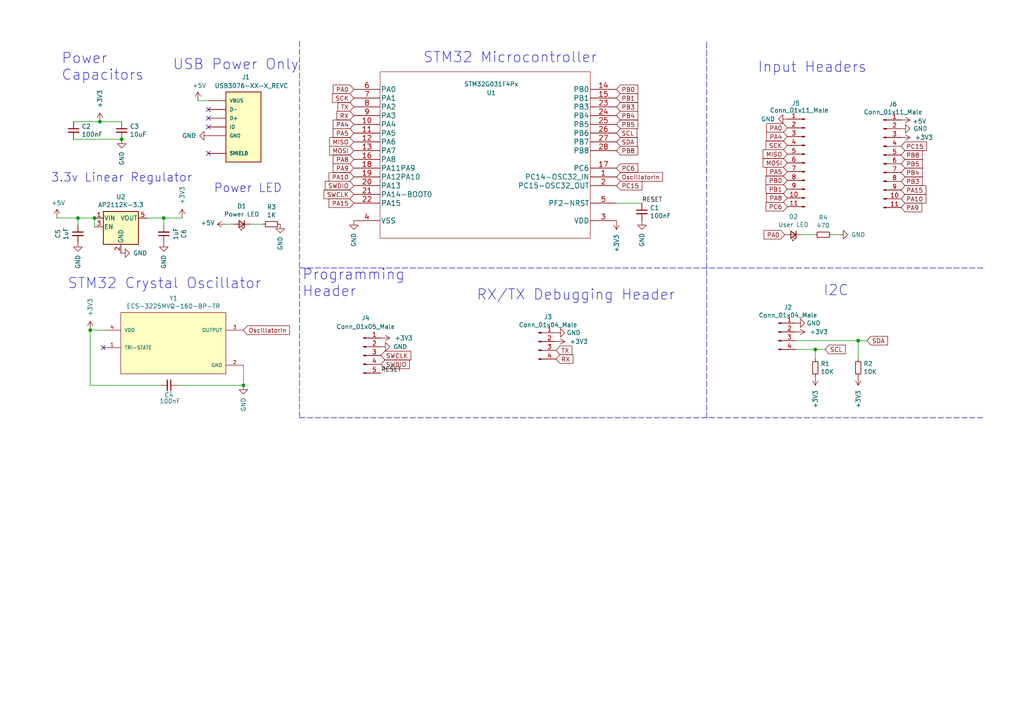
<source format=kicad_sch>
(kicad_sch (version 20211123) (generator eeschema)
  (paper "A4")
  (lib_symbols
    (symbol "Connector:Conn_01x04_Male" (pin_names (offset 1.016) hide)
      (property "Reference" "J" (at 0 5.08 0))
      (property "Value" "Conn_01x04_Male" (at 0 -7.62 0))
      (symbol "Conn_01x04_Male_1_1"
        (polyline (pts (xy 1.27 -5.08) (xy 0.8636 -5.08)) (stroke (width 0.1524)))
        (polyline (pts (xy 1.27 -2.54) (xy 0.8636 -2.54)) (stroke (width 0.1524)))
        (polyline (pts (xy 1.27 0) (xy 0.8636 0)) (stroke (width 0.1524)))
        (polyline (pts (xy 1.27 2.54) (xy 0.8636 2.54)) (stroke (width 0.1524)))
        (rectangle (start 0.8636 -4.953) (end 0 -5.207) (stroke (width 0.1524)) (fill (type outline)))
        (rectangle (start 0.8636 -2.413) (end 0 -2.667) (stroke (width 0.1524)) (fill (type outline)))
        (rectangle (start 0.8636 0.127) (end 0 -0.127) (stroke (width 0.1524)) (fill (type outline)))
        (rectangle (start 0.8636 2.667) (end 0 2.413) (stroke (width 0.1524)) (fill (type outline)))
        (pin passive line (at 5.08 2.54 180) (length 3.81) (name "Pin_1") (number "1"))
        (pin passive line (at 5.08 0 180) (length 3.81) (name "Pin_2") (number "2"))
        (pin passive line (at 5.08 -2.54 180) (length 3.81) (name "Pin_3") (number "3"))
        (pin passive line (at 5.08 -5.08 180) (length 3.81) (name "Pin_4") (number "4"))
      )
    )
    (symbol "Connector:Conn_01x05_Male" (pin_names (offset 1.016) hide)
      (property "Reference" "J" (at 0 7.62 0))
      (property "Value" "Conn_01x05_Male" (at 0 -7.62 0))
      (symbol "Conn_01x05_Male_1_1"
        (polyline (pts (xy 1.27 -5.08) (xy 0.8636 -5.08)) (stroke (width 0.1524)))
        (polyline (pts (xy 1.27 -2.54) (xy 0.8636 -2.54)) (stroke (width 0.1524)))
        (polyline (pts (xy 1.27 0) (xy 0.8636 0)) (stroke (width 0.1524)))
        (polyline (pts (xy 1.27 2.54) (xy 0.8636 2.54)) (stroke (width 0.1524)))
        (polyline (pts (xy 1.27 5.08) (xy 0.8636 5.08)) (stroke (width 0.1524)))
        (rectangle (start 0.8636 -4.953) (end 0 -5.207) (stroke (width 0.1524)) (fill (type outline)))
        (rectangle (start 0.8636 -2.413) (end 0 -2.667) (stroke (width 0.1524)) (fill (type outline)))
        (rectangle (start 0.8636 0.127) (end 0 -0.127) (stroke (width 0.1524)) (fill (type outline)))
        (rectangle (start 0.8636 2.667) (end 0 2.413) (stroke (width 0.1524)) (fill (type outline)))
        (rectangle (start 0.8636 5.207) (end 0 4.953) (stroke (width 0.1524)) (fill (type outline)))
        (pin passive line (at 5.08 5.08 180) (length 3.81) (name "Pin_1") (number "1"))
        (pin passive line (at 5.08 2.54 180) (length 3.81) (name "Pin_2") (number "2"))
        (pin passive line (at 5.08 0 180) (length 3.81) (name "Pin_3") (number "3"))
        (pin passive line (at 5.08 -2.54 180) (length 3.81) (name "Pin_4") (number "4"))
        (pin passive line (at 5.08 -5.08 180) (length 3.81) (name "Pin_5") (number "5"))
      )
    )
    (symbol "Connector:Conn_01x11_Male" (pin_names (offset 1.016) hide)
      (property "Reference" "J" (at 0 15.24 0))
      (property "Value" "Conn_01x11_Male" (at 0 -15.24 0))
      (symbol "Conn_01x11_Male_1_1"
        (polyline (pts (xy 1.27 -12.7) (xy 0.8636 -12.7)) (stroke (width 0.1524)))
        (polyline (pts (xy 1.27 -10.16) (xy 0.8636 -10.16)) (stroke (width 0.1524)))
        (polyline (pts (xy 1.27 -7.62) (xy 0.8636 -7.62)) (stroke (width 0.1524)))
        (polyline (pts (xy 1.27 -5.08) (xy 0.8636 -5.08)) (stroke (width 0.1524)))
        (polyline (pts (xy 1.27 -2.54) (xy 0.8636 -2.54)) (stroke (width 0.1524)))
        (polyline (pts (xy 1.27 0) (xy 0.8636 0)) (stroke (width 0.1524)))
        (polyline (pts (xy 1.27 2.54) (xy 0.8636 2.54)) (stroke (width 0.1524)))
        (polyline (pts (xy 1.27 5.08) (xy 0.8636 5.08)) (stroke (width 0.1524)))
        (polyline (pts (xy 1.27 7.62) (xy 0.8636 7.62)) (stroke (width 0.1524)))
        (polyline (pts (xy 1.27 10.16) (xy 0.8636 10.16)) (stroke (width 0.1524)))
        (polyline (pts (xy 1.27 12.7) (xy 0.8636 12.7)) (stroke (width 0.1524)))
        (rectangle (start 0.8636 -12.573) (end 0 -12.827) (stroke (width 0.1524)) (fill (type outline)))
        (rectangle (start 0.8636 -10.033) (end 0 -10.287) (stroke (width 0.1524)) (fill (type outline)))
        (rectangle (start 0.8636 -7.493) (end 0 -7.747) (stroke (width 0.1524)) (fill (type outline)))
        (rectangle (start 0.8636 -4.953) (end 0 -5.207) (stroke (width 0.1524)) (fill (type outline)))
        (rectangle (start 0.8636 -2.413) (end 0 -2.667) (stroke (width 0.1524)) (fill (type outline)))
        (rectangle (start 0.8636 0.127) (end 0 -0.127) (stroke (width 0.1524)) (fill (type outline)))
        (rectangle (start 0.8636 2.667) (end 0 2.413) (stroke (width 0.1524)) (fill (type outline)))
        (rectangle (start 0.8636 5.207) (end 0 4.953) (stroke (width 0.1524)) (fill (type outline)))
        (rectangle (start 0.8636 7.747) (end 0 7.493) (stroke (width 0.1524)) (fill (type outline)))
        (rectangle (start 0.8636 10.287) (end 0 10.033) (stroke (width 0.1524)) (fill (type outline)))
        (rectangle (start 0.8636 12.827) (end 0 12.573) (stroke (width 0.1524)) (fill (type outline)))
        (pin passive line (at 5.08 12.7 180) (length 3.81) (name "Pin_1") (number "1"))
        (pin passive line (at 5.08 -10.16 180) (length 3.81) (name "Pin_10") (number "10"))
        (pin passive line (at 5.08 -12.7 180) (length 3.81) (name "Pin_11") (number "11"))
        (pin passive line (at 5.08 10.16 180) (length 3.81) (name "Pin_2") (number "2"))
        (pin passive line (at 5.08 7.62 180) (length 3.81) (name "Pin_3") (number "3"))
        (pin passive line (at 5.08 5.08 180) (length 3.81) (name "Pin_4") (number "4"))
        (pin passive line (at 5.08 2.54 180) (length 3.81) (name "Pin_5") (number "5"))
        (pin passive line (at 5.08 0 180) (length 3.81) (name "Pin_6") (number "6"))
        (pin passive line (at 5.08 -2.54 180) (length 3.81) (name "Pin_7") (number "7"))
        (pin passive line (at 5.08 -5.08 180) (length 3.81) (name "Pin_8") (number "8"))
        (pin passive line (at 5.08 -7.62 180) (length 3.81) (name "Pin_9") (number "9"))
      )
    )
    (symbol "CrystalOscillator:ECS-3225MVQ-160-BP-TR" (pin_names (offset 1.016))
      (property "Reference" "Y" (at -15.5448 8.1534 0))
      (property "Value" "ECS-3225MVQ-160-BP-TR" (at -15.0114 -12.9794 0))
      (symbol "ECS-3225MVQ-160-BP-TR_0_0"
        (rectangle (start -15.24 -10.16) (end 15.24 7.62) (stroke (width 0.1524)) (fill (type background)))
        (pin input line (at -20.32 -2.54 0) (length 5.08) (name "TRI-STATE") (number "1"))
        (pin power_in line (at 20.32 -7.62 180) (length 5.08) (name "GND") (number "2"))
        (pin output line (at 20.32 2.54 180) (length 5.08) (name "OUTPUT") (number "3"))
        (pin input line (at -20.32 2.54 0) (length 5.08) (name "VDD") (number "4"))
      )
    )
    (symbol "Device:C_Small" (pin_numbers hide) (pin_names (offset 0.254) hide)
      (property "Reference" "C" (at 0.254 1.778 0))
      (property "Value" "C_Small" (at 0.254 -2.032 0))
      (symbol "C_Small_0_1"
        (polyline (pts (xy -1.524 -0.508) (xy 1.524 -0.508)) (stroke (width 0.3302)))
        (polyline (pts (xy -1.524 0.508) (xy 1.524 0.508)) (stroke (width 0.3048)))
      )
      (symbol "C_Small_1_1"
        (pin passive line (at 0 2.54 270) (length 2.032) (name "~") (number "1"))
        (pin passive line (at 0 -2.54 90) (length 2.032) (name "~") (number "2"))
      )
    )
    (symbol "Device:LED_Small" (pin_numbers hide) (pin_names (offset 0.254) hide)
      (property "Reference" "D" (at -1.27 3.175 0))
      (property "Value" "LED_Small" (at -4.445 -2.54 0))
      (symbol "LED_Small_0_1"
        (polyline (pts (xy -0.762 -1.016) (xy -0.762 1.016)) (stroke (width 0.254)))
        (polyline (pts (xy 1.016 0) (xy -0.762 0)))
        (polyline (pts (xy 0.762 -1.016) (xy -0.762 0) (xy 0.762 1.016) (xy 0.762 -1.016)) (stroke (width 0.254)))
        (polyline (pts (xy 0 0.762) (xy -0.508 1.27) (xy -0.254 1.27) (xy -0.508 1.27) (xy -0.508 1.016)))
        (polyline (pts (xy 0.508 1.27) (xy 0 1.778) (xy 0.254 1.778) (xy 0 1.778) (xy 0 1.524)))
      )
      (symbol "LED_Small_1_1"
        (pin passive line (at -2.54 0 0) (length 1.778) (name "K") (number "1"))
        (pin passive line (at 2.54 0 180) (length 1.778) (name "A") (number "2"))
      )
    )
    (symbol "Device:R_Small" (pin_numbers hide) (pin_names (offset 0.254) hide)
      (property "Reference" "R" (at 0.762 0.508 0))
      (property "Value" "R_Small" (at 0.762 -1.016 0))
      (symbol "R_Small_0_1"
        (rectangle (start -0.762 1.778) (end 0.762 -1.778) (stroke (width 0.2032)))
      )
      (symbol "R_Small_1_1"
        (pin passive line (at 0 2.54 270) (length 0.762) (name "~") (number "1"))
        (pin passive line (at 0 -2.54 90) (length 0.762) (name "~") (number "2"))
      )
    )
    (symbol "STM32QFN28Breakout-rescue:+3.3V-power" (power) (pin_names (offset 0))
      (property "Value" "+3.3V-power" (at 0 3.556 0))
      (symbol "+3.3V-power_0_1"
        (polyline (pts (xy -0.762 1.27) (xy 0 2.54)))
        (polyline (pts (xy 0 0) (xy 0 2.54)))
        (polyline (pts (xy 0 2.54) (xy 0.762 1.27)))
      )
      (symbol "+3.3V-power_1_1"
        (pin power_in line (at 0 0 90) (length 0) hide (name "+3V3") (number "1"))
      )
    )
    (symbol "STM32QFN28Breakout-rescue:AP2112K-3.3-Regulator_Linear" (pin_names (offset 0.254))
      (property "Reference" "U" (at -5.08 5.715 0))
      (property "Value" "AP2112K-3.3-Regulator_Linear" (at 0 5.715 0))
      (symbol "AP2112K-3.3-Regulator_Linear_0_1"
        (rectangle (start -5.08 4.445) (end 5.08 -5.08) (stroke (width 0.254)) (fill (type background)))
      )
      (symbol "AP2112K-3.3-Regulator_Linear_1_1"
        (pin power_in line (at -7.62 2.54 0) (length 2.54) (name "VIN") (number "1"))
        (pin power_in line (at 0 -7.62 90) (length 2.54) (name "GND") (number "2"))
        (pin input line (at -7.62 0 0) (length 2.54) (name "EN") (number "3"))
        (pin no_connect line (at 7.62 0 180) (length 2.54) hide (name "NC") (number "4"))
        (pin power_out line (at 7.62 2.54 180) (length 2.54) (name "VOUT") (number "5"))
      )
    )
    (symbol "STM32QFN:STM32G031G8U6" (pin_names (offset 0.254))
      (property "Reference" "U" (at 38.1 10.16 0))
      (property "Value" "STM32G031G8U6" (at 38.1 7.62 0))
      (symbol "STM32G031G8U6_1_1"
        (polyline (pts (xy 7.62 -43.18) (xy 68.58 -43.18)) (stroke (width 0.127)))
        (polyline (pts (xy 7.62 5.08) (xy 7.62 -43.18)) (stroke (width 0.127)))
        (polyline (pts (xy 68.58 -43.18) (xy 68.58 5.08)) (stroke (width 0.127)))
        (polyline (pts (xy 68.58 5.08) (xy 7.62 5.08)) (stroke (width 0.127)))
        (pin bidirectional line (at 76.2 -25.4 180) (length 7.62) (name "PC14-OSC32_IN") (number "1"))
        (pin bidirectional line (at 0 -10.16 0) (length 7.62) (name "PA4") (number "10"))
        (pin bidirectional line (at 0 -12.7 0) (length 7.62) (name "PA5") (number "11"))
        (pin bidirectional line (at 0 -15.24 0) (length 7.62) (name "PA6") (number "12"))
        (pin bidirectional line (at 0 -17.78 0) (length 7.62) (name "PA7") (number "13"))
        (pin bidirectional line (at 76.2 0 180) (length 7.62) (name "PB0") (number "14"))
        (pin bidirectional line (at 76.2 -2.54 180) (length 7.62) (name "PB1") (number "15"))
        (pin bidirectional line (at 0 -20.32 0) (length 7.62) (name "PA8") (number "16"))
        (pin bidirectional line (at 76.2 -22.86 180) (length 7.62) (name "PC6") (number "17"))
        (pin bidirectional line (at 0 -22.86 0) (length 7.62) (name "PA11PA9") (number "18"))
        (pin bidirectional line (at 0 -25.4 0) (length 7.62) (name "PA12PA10") (number "19"))
        (pin bidirectional line (at 76.2 -27.94 180) (length 7.62) (name "PC15-OSC32_OUT") (number "2"))
        (pin bidirectional line (at 0 -27.94 0) (length 7.62) (name "PA13") (number "20"))
        (pin bidirectional line (at 0 -30.48 0) (length 7.62) (name "PA14-BOOT0") (number "21"))
        (pin bidirectional line (at 0 -33.02 0) (length 7.62) (name "PA15") (number "22"))
        (pin bidirectional line (at 76.2 -5.08 180) (length 7.62) (name "PB3") (number "23"))
        (pin bidirectional line (at 76.2 -7.62 180) (length 7.62) (name "PB4") (number "24"))
        (pin bidirectional line (at 76.2 -10.16 180) (length 7.62) (name "PB5") (number "25"))
        (pin bidirectional line (at 76.2 -12.7 180) (length 7.62) (name "PB6") (number "26"))
        (pin bidirectional line (at 76.2 -15.24 180) (length 7.62) (name "PB7") (number "27"))
        (pin bidirectional line (at 76.2 -17.78 180) (length 7.62) (name "PB8") (number "28"))
        (pin power_in line (at 76.2 -38.1 180) (length 7.62) (name "VDD") (number "3"))
        (pin power_in line (at 0 -38.1 0) (length 7.62) (name "VSS") (number "4"))
        (pin bidirectional line (at 76.2 -33.02 180) (length 7.62) (name "PF2-NRST") (number "5"))
        (pin bidirectional line (at 0 0 0) (length 7.62) (name "PA0") (number "6"))
        (pin bidirectional line (at 0 -2.54 0) (length 7.62) (name "PA1") (number "7"))
        (pin bidirectional line (at 0 -5.08 0) (length 7.62) (name "PA2") (number "8"))
        (pin bidirectional line (at 0 -7.62 0) (length 7.62) (name "PA3") (number "9"))
      )
    )
    (symbol "USB:USB3076-XX-X_REVC" (pin_numbers hide) (pin_names (offset 1.016))
      (property "Reference" "J" (at -5.08 10.668 0))
      (property "Value" "USB3076-XX-X_REVC" (at -5.08 -12.7 0))
      (symbol "USB3076-XX-X_REVC_0_0"
        (rectangle (start -5.08 -10.16) (end 5.08 10.16) (stroke (width 0.254)) (fill (type background)))
        (pin power_in line (at -10.16 7.62 0) (length 5.08) (name "VBUS") (number "1"))
        (pin power_in line (at -10.16 -7.62 0) (length 5.08) (name "SHIELD") (number "10"))
        (pin power_in line (at -10.16 -7.62 0) (length 5.08) (name "SHIELD") (number "11"))
        (pin bidirectional line (at -10.16 5.08 0) (length 5.08) (name "D-") (number "2"))
        (pin bidirectional line (at -10.16 2.54 0) (length 5.08) (name "D+") (number "3"))
        (pin bidirectional line (at -10.16 0 0) (length 5.08) (name "ID") (number "4"))
        (pin power_in line (at -10.16 -2.54 0) (length 5.08) (name "GND") (number "5"))
        (pin power_in line (at -10.16 -7.62 0) (length 5.08) (name "SHIELD") (number "6"))
        (pin power_in line (at -10.16 -7.62 0) (length 5.08) (name "SHIELD") (number "7"))
        (pin power_in line (at -10.16 -7.62 0) (length 5.08) (name "SHIELD") (number "8"))
        (pin power_in line (at -10.16 -7.62 0) (length 5.08) (name "SHIELD") (number "9"))
      )
    )
    (symbol "power:+5V" (power) (pin_names (offset 0))
      (property "Value" "+5V" (at 0 3.556 0))
      (symbol "+5V_0_1"
        (polyline (pts (xy -0.762 1.27) (xy 0 2.54)))
        (polyline (pts (xy 0 0) (xy 0 2.54)))
        (polyline (pts (xy 0 2.54) (xy 0.762 1.27)))
      )
      (symbol "+5V_1_1"
        (pin power_in line (at 0 0 90) (length 0) hide (name "+5V") (number "1"))
      )
    )
    (symbol "power:GND" (power) (pin_names (offset 0))
      (property "Value" "GND" (at 0 -3.81 0))
      (symbol "GND_0_1"
        (polyline (pts (xy 0 0) (xy 0 -1.27) (xy 1.27 -1.27) (xy 0 -2.54) (xy -1.27 -1.27) (xy 0 -1.27)))
      )
      (symbol "GND_1_1"
        (pin power_in line (at 0 0 270) (length 0) hide (name "GND") (number "1"))
      )
    )
  )
  (junction (at 26.162 95.758))
  (junction (at 248.92 98.806))
  (junction (at 27.432 63.246))
  (junction (at 28.956 35.306))
  (junction (at 22.606 63.246))
  (junction (at 47.498 63.246))
  (junction (at 70.612 111.76))
  (junction (at 236.474 101.346))
  (junction (at 35.306 40.386))
  (no_connect (at 60.452 36.83))
  (no_connect (at 60.452 34.29))
  (no_connect (at 60.452 44.45))
  (no_connect (at 60.452 31.75))
  (no_connect (at 29.972 100.838))
  (wire (pts (xy 16.51 63.246) (xy 22.606 63.246)))
  (polyline (pts (xy 284.988 77.724) (xy 284.988 77.978)))
  (wire (pts (xy 72.644 65.024) (xy 76.2 65.024)))
  (polyline (pts (xy 86.868 77.724) (xy 284.988 77.724)))
  (wire (pts (xy 22.606 65.278) (xy 22.606 63.246)))
  (wire (pts (xy 28.956 35.306) (xy 35.306 35.306)))
  (wire (pts (xy 26.162 111.76) (xy 46.482 111.76)))
  (polyline (pts (xy 86.868 121.158) (xy 285.242 121.158)))
  (wire (pts (xy 47.498 63.246) (xy 52.832 63.246)))
  (wire (pts (xy 241.3 68.072) (xy 243.332 68.072)))
  (wire (pts (xy 60.452 29.21) (xy 57.404 29.21)))
  (wire (pts (xy 21.336 35.306) (xy 28.956 35.306)))
  (polyline (pts (xy 86.868 11.938) (xy 86.868 121.158)))
  (wire (pts (xy 232.664 68.072) (xy 236.22 68.072)))
  (wire (pts (xy 239.268 101.346) (xy 236.474 101.346)))
  (polyline (pts (xy 204.978 12.192) (xy 204.978 121.158)))
  (wire (pts (xy 236.474 101.346) (xy 236.474 104.14)))
  (wire (pts (xy 47.498 63.246) (xy 47.498 65.278)))
  (wire (pts (xy 248.92 98.806) (xy 251.46 98.806)))
  (wire (pts (xy 178.816 58.928) (xy 186.182 58.928)))
  (wire (pts (xy 230.886 101.346) (xy 236.474 101.346)))
  (wire (pts (xy 230.886 98.806) (xy 248.92 98.806)))
  (wire (pts (xy 65.532 65.024) (xy 67.564 65.024)))
  (wire (pts (xy 248.92 104.14) (xy 248.92 98.806)))
  (wire (pts (xy 26.162 95.758) (xy 26.162 111.76)))
  (wire (pts (xy 22.606 63.246) (xy 27.432 63.246)))
  (wire (pts (xy 21.336 40.386) (xy 35.306 40.386)))
  (wire (pts (xy 42.672 63.246) (xy 47.498 63.246)))
  (wire (pts (xy 27.432 65.786) (xy 27.432 63.246)))
  (wire (pts (xy 51.562 111.76) (xy 70.612 111.76)))
  (wire (pts (xy 29.972 95.758) (xy 26.162 95.758)))
  (wire (pts (xy 70.612 105.918) (xy 70.612 111.76)))
  (text "RX/TX Debugging Header" (at 138.176 87.376 0) (effects (font (size 2.9972 2.9972)) (justify left bottom)))
  (text "Power LED" (at 61.976 56.134 0) (effects (font (size 2.4892 2.4892)) (justify left bottom)))
  (text "Power\nCapacitors" (at 17.78 23.622 0) (effects (font (size 2.9972 2.9972)) (justify left bottom)))
  (text "STM32 Crystal Oscillator" (at 19.558 84.074 0) (effects (font (size 2.9972 2.9972)) (justify left bottom)))
  (text "STM32 Microcontroller" (at 122.682 18.542 0) (effects (font (size 2.9972 2.9972)) (justify left bottom)))
  (text "Programming\nHeader" (at 87.63 86.36 0) (effects (font (size 2.9972 2.9972)) (justify left bottom)))
  (text "3.3v Linear Regulator" (at 14.732 53.086 0) (effects (font (size 2.4892 2.4892)) (justify left bottom)))
  (text "I2C" (at 238.76 86.106 0) (effects (font (size 2.9972 2.9972)) (justify left bottom)))
  (text "USB Power Only" (at 50.038 20.574 0) (effects (font (size 2.9972 2.9972)) (justify left bottom)))
  (text "Input Headers" (at 219.71 21.336 0) (effects (font (size 2.9972 2.9972)) (justify left bottom)))
  (label "RESET" (at 110.49 108.204 0))
  (label "RESET" (at 186.182 58.928 0))
  (global_label "PB5" (shape input) (at 178.816 36.068 0) (property "Intersheet References" "${INTERSHEET_REFS}" (effects hide)))
  (global_label "SWCLK" (shape input) (at 102.616 56.388 180) (property "Intersheet References" "${INTERSHEET_REFS}" (effects hide)))
  (global_label "PA0" (shape input) (at 102.616 25.908 180) (property "Intersheet References" "${INTERSHEET_REFS}" (effects hide)))
  (global_label "PB4" (shape input) (at 178.816 33.528 0) (property "Intersheet References" "${INTERSHEET_REFS}" (effects hide)))
  (global_label "PA0" (shape input) (at 228.346 37.084 180) (property "Intersheet References" "${INTERSHEET_REFS}" (effects hide)))
  (global_label "SDA" (shape input) (at 251.46 98.806 0) (property "Intersheet References" "${INTERSHEET_REFS}" (effects hide)))
  (global_label "OscillatorIn" (shape input) (at 178.816 51.308 0) (property "Intersheet References" "${INTERSHEET_REFS}" (effects hide)))
  (global_label "PB1" (shape input) (at 228.346 54.864 180) (property "Intersheet References" "${INTERSHEET_REFS}" (effects hide)))
  (global_label "PC15" (shape input) (at 178.816 53.848 0) (property "Intersheet References" "${INTERSHEET_REFS}" (effects hide)))
  (global_label "OscillatorIn" (shape input) (at 70.612 95.758 0) (property "Intersheet References" "${INTERSHEET_REFS}" (effects hide)))
  (global_label "SWDIO" (shape input) (at 102.616 53.848 180) (property "Intersheet References" "${INTERSHEET_REFS}" (effects hide)))
  (global_label "SCK" (shape input) (at 102.616 28.448 180) (property "Intersheet References" "${INTERSHEET_REFS}" (effects hide)))
  (global_label "PB8" (shape input) (at 261.366 44.958 0) (property "Intersheet References" "${INTERSHEET_REFS}" (effects hide)))
  (global_label "PC6" (shape input) (at 228.346 59.944 180) (property "Intersheet References" "${INTERSHEET_REFS}" (effects hide)))
  (global_label "PA8" (shape input) (at 102.616 46.228 180) (property "Intersheet References" "${INTERSHEET_REFS}" (effects hide)))
  (global_label "SWCLK" (shape input) (at 110.49 103.124 0) (property "Intersheet References" "${INTERSHEET_REFS}" (effects hide)))
  (global_label "MISO" (shape input) (at 228.346 44.704 180) (property "Intersheet References" "${INTERSHEET_REFS}" (effects hide)))
  (global_label "PA10" (shape input) (at 261.366 57.658 0) (property "Intersheet References" "${INTERSHEET_REFS}" (effects hide)))
  (global_label "PC15" (shape input) (at 261.366 42.418 0) (property "Intersheet References" "${INTERSHEET_REFS}" (effects hide)))
  (global_label "SCL" (shape input) (at 239.268 101.346 0) (property "Intersheet References" "${INTERSHEET_REFS}" (effects hide)))
  (global_label "PB0" (shape input) (at 228.346 52.324 180) (property "Intersheet References" "${INTERSHEET_REFS}" (effects hide)))
  (global_label "SDA" (shape input) (at 178.816 41.148 0) (property "Intersheet References" "${INTERSHEET_REFS}" (effects hide)))
  (global_label "PA4" (shape input) (at 228.346 39.624 180) (property "Intersheet References" "${INTERSHEET_REFS}" (effects hide)))
  (global_label "PA9" (shape input) (at 102.616 48.768 180) (property "Intersheet References" "${INTERSHEET_REFS}" (effects hide)))
  (global_label "PB3" (shape input) (at 178.816 30.988 0) (property "Intersheet References" "${INTERSHEET_REFS}" (effects hide)))
  (global_label "PB8" (shape input) (at 178.816 43.688 0) (property "Intersheet References" "${INTERSHEET_REFS}" (effects hide)))
  (global_label "PB4" (shape input) (at 261.366 50.038 0) (property "Intersheet References" "${INTERSHEET_REFS}" (effects hide)))
  (global_label "RX" (shape input) (at 102.616 33.528 180) (property "Intersheet References" "${INTERSHEET_REFS}" (effects hide)))
  (global_label "MISO" (shape input) (at 102.616 41.148 180) (property "Intersheet References" "${INTERSHEET_REFS}" (effects hide)))
  (global_label "PB3" (shape input) (at 261.366 52.578 0) (property "Intersheet References" "${INTERSHEET_REFS}" (effects hide)))
  (global_label "TX" (shape input) (at 161.29 101.6 0) (property "Intersheet References" "${INTERSHEET_REFS}" (effects hide)))
  (global_label "PA5" (shape input) (at 102.616 38.608 180) (property "Intersheet References" "${INTERSHEET_REFS}" (effects hide)))
  (global_label "SWDIO" (shape input) (at 110.49 105.664 0) (property "Intersheet References" "${INTERSHEET_REFS}" (effects hide)))
  (global_label "PA5" (shape input) (at 228.346 49.784 180) (property "Intersheet References" "${INTERSHEET_REFS}" (effects hide)))
  (global_label "PA8" (shape input) (at 228.346 57.404 180) (property "Intersheet References" "${INTERSHEET_REFS}" (effects hide)))
  (global_label "TX" (shape input) (at 102.616 30.988 180) (property "Intersheet References" "${INTERSHEET_REFS}" (effects hide)))
  (global_label "PA15" (shape input) (at 261.366 55.118 0) (property "Intersheet References" "${INTERSHEET_REFS}" (effects hide)))
  (global_label "PA15" (shape input) (at 102.616 58.928 180) (property "Intersheet References" "${INTERSHEET_REFS}" (effects hide)))
  (global_label "PB1" (shape input) (at 178.816 28.448 0) (property "Intersheet References" "${INTERSHEET_REFS}" (effects hide)))
  (global_label "RX" (shape input) (at 161.29 104.14 0) (property "Intersheet References" "${INTERSHEET_REFS}" (effects hide)))
  (global_label "PA0" (shape input) (at 227.584 68.072 180) (property "Intersheet References" "${INTERSHEET_REFS}" (effects hide)))
  (global_label "PC6" (shape input) (at 178.816 48.768 0) (property "Intersheet References" "${INTERSHEET_REFS}" (effects hide)))
  (global_label "PA10" (shape input) (at 102.616 51.308 180) (property "Intersheet References" "${INTERSHEET_REFS}" (effects hide)))
  (global_label "PB5" (shape input) (at 261.366 47.498 0) (property "Intersheet References" "${INTERSHEET_REFS}" (effects hide)))
  (global_label "MOSI" (shape input) (at 102.616 43.688 180) (property "Intersheet References" "${INTERSHEET_REFS}" (effects hide)))
  (global_label "PB0" (shape input) (at 178.816 25.908 0) (property "Intersheet References" "${INTERSHEET_REFS}" (effects hide)))
  (global_label "SCL" (shape input) (at 178.816 38.608 0) (property "Intersheet References" "${INTERSHEET_REFS}" (effects hide)))
  (global_label "MOSI" (shape input) (at 228.346 47.244 180) (property "Intersheet References" "${INTERSHEET_REFS}" (effects hide)))
  (global_label "PA4" (shape input) (at 102.616 36.068 180) (property "Intersheet References" "${INTERSHEET_REFS}" (effects hide)))
  (global_label "SCK" (shape input) (at 228.346 42.164 180) (property "Intersheet References" "${INTERSHEET_REFS}" (effects hide)))
  (global_label "PA9" (shape input) (at 261.366 60.198 0) (property "Intersheet References" "${INTERSHEET_REFS}" (effects hide)))
  (symbol (lib_id "power:GND") (at 102.616 64.008 0) (unit 1)
    (property "Reference" "#PWR016" (effects hide))
    (property "Value" "GND" (at 102.616 69.596 90))
  )
  (symbol (lib_id "STM32QFN28Breakout-rescue:+3.3V-power") (at 178.816 64.008 180) (unit 1)
    (property "Reference" "#PWR029" (effects hide))
    (property "Value" "+3.3V" (at 178.816 70.612 90))
  )
  (symbol (lib_id "Connector:Conn_01x04_Male") (at 225.806 96.266 0) (unit 1)
    (property "Reference" "J2" (at 228.5492 89.1286 0))
    (property "Value" "Conn_01x04_Male" (at 228.5492 91.44 0))
    (property "Footprint" "Connector_JST:JST_SH_BM04B-SRSS-TB_1x04-1MP_P1.00mm_Vertical" (effects hide))
  )
  (symbol (lib_id "power:GND") (at 230.886 93.726 90) (unit 1)
    (property "Reference" "#PWR03" (effects hide))
    (property "Value" "GND" (at 235.966 93.726 90))
  )
  (symbol (lib_id "STM32QFN28Breakout-rescue:+3.3V-power") (at 230.886 96.266 270) (unit 1)
    (property "Reference" "#PWR04" (effects hide))
    (property "Value" "+3.3V" (at 237.49 96.266 90))
  )
  (symbol (lib_id "Device:R_Small") (at 248.92 106.68 0) (unit 1)
    (property "Reference" "R2" (at 250.4186 105.5116 0) (effects (justify left)))
    (property "Value" "10K" (at 250.4186 107.823 0) (effects (justify left)))
    (property "Footprint" "Resistor_SMD:R_0603_1608Metric" (effects hide))
  )
  (symbol (lib_id "Device:R_Small") (at 236.474 106.68 0) (unit 1)
    (property "Reference" "R1" (at 237.9726 105.5116 0) (effects (justify left)))
    (property "Value" "10K" (at 237.9726 107.823 0) (effects (justify left)))
    (property "Footprint" "Resistor_SMD:R_0603_1608Metric" (effects hide))
  )
  (symbol (lib_id "STM32QFN28Breakout-rescue:+3.3V-power") (at 236.474 109.22 180) (unit 1)
    (property "Reference" "#PWR07" (effects hide))
    (property "Value" "+3.3V" (at 236.474 115.824 90))
  )
  (symbol (lib_id "STM32QFN28Breakout-rescue:+3.3V-power") (at 248.92 109.22 180) (unit 1)
    (property "Reference" "#PWR022" (effects hide))
    (property "Value" "+3.3V" (at 248.92 115.824 90))
  )
  (symbol (lib_id "Connector:Conn_01x04_Male") (at 156.21 99.06 0) (unit 1)
    (property "Reference" "J3" (at 158.9532 91.9226 0))
    (property "Value" "Conn_01x04_Male" (at 158.9532 94.234 0))
    (property "Footprint" "Connector_JST:JST_SH_BM04B-SRSS-TB_1x04-1MP_P1.00mm_Vertical" (effects hide))
  )
  (symbol (lib_id "power:GND") (at 161.29 96.52 90) (unit 1)
    (property "Reference" "#PWR01" (effects hide))
    (property "Value" "GND" (at 166.37 96.52 90))
  )
  (symbol (lib_id "STM32QFN28Breakout-rescue:+3.3V-power") (at 161.29 99.06 270) (unit 1)
    (property "Reference" "#PWR02" (effects hide))
    (property "Value" "+3.3V" (at 167.894 99.06 90))
  )
  (symbol (lib_id "STM32QFN:STM32G031G8U6") (at 102.616 25.908 0) (unit 1)
    (property "Reference" "U1" (at 142.494 26.924 0))
    (property "Value" "STM32G031F4Px" (at 142.494 24.384 0))
    (property "Footprint" "Useful Modifications:STM32G031G8U6" (effects hide))
  )
  (symbol (lib_id "Device:C_Small") (at 21.336 37.846 0) (unit 1)
    (property "Reference" "C2" (at 23.6728 36.6776 0) (effects (justify left)))
    (property "Value" "100nF" (at 23.6728 38.989 0) (effects (justify left)))
    (property "Footprint" "Capacitor_SMD:C_0603_1608Metric" (effects hide))
  )
  (symbol (lib_id "Device:C_Small") (at 35.306 37.846 0) (unit 1)
    (property "Reference" "C3" (at 37.6428 36.6776 0) (effects (justify left)))
    (property "Value" "10uF" (at 37.6428 38.989 0) (effects (justify left)))
    (property "Footprint" "Capacitor_SMD:C_0603_1608Metric" (effects hide))
  )
  (symbol (lib_id "Device:C_Small") (at 186.182 61.468 0) (unit 1)
    (property "Reference" "C1" (at 188.5188 60.2996 0) (effects (justify left)))
    (property "Value" "100nF" (at 188.5188 62.611 0) (effects (justify left)))
    (property "Footprint" "Capacitor_SMD:C_0603_1608Metric" (effects hide))
  )
  (symbol (lib_id "STM32QFN28Breakout-rescue:+3.3V-power") (at 28.956 35.306 0) (unit 1)
    (property "Reference" "#PWR023" (effects hide))
    (property "Value" "+3.3V" (at 28.956 28.702 90))
  )
  (symbol (lib_id "power:GND") (at 35.306 40.386 0) (unit 1)
    (property "Reference" "#PWR028" (effects hide))
    (property "Value" "GND" (at 35.306 45.974 90))
  )
  (symbol (lib_id "power:GND") (at 186.182 64.008 0) (unit 1)
    (property "Reference" "#PWR021" (effects hide))
    (property "Value" "GND" (at 186.182 69.596 90))
  )
  (symbol (lib_id "STM32QFN28Breakout-rescue:+3.3V-power") (at 110.49 98.044 270) (unit 1)
    (property "Reference" "#PWR020" (effects hide))
    (property "Value" "+3.3V" (at 117.094 98.044 90))
  )
  (symbol (lib_id "power:GND") (at 110.49 100.584 90) (unit 1)
    (property "Reference" "#PWR019" (effects hide))
    (property "Value" "GND" (at 116.078 100.584 90))
  )
  (symbol (lib_id "CrystalOscillator:ECS-3225MVQ-160-BP-TR") (at 50.292 98.298 0) (unit 1)
    (property "Reference" "Y1" (at 50.292 86.487 0))
    (property "Value" "ECS-3225MVQ-160-BP-TR" (at 50.292 88.7984 0))
    (property "Footprint" "Useful Modifications:OSC_ECS-3225MVQ-160-BP-TR" (effects hide))
  )
  (symbol (lib_id "power:GND") (at 70.612 111.76 0) (unit 1)
    (property "Reference" "#PWR0101" (effects hide))
    (property "Value" "GND" (at 70.612 117.348 90))
  )
  (symbol (lib_id "STM32QFN28Breakout-rescue:+3.3V-power") (at 26.162 95.758 0) (unit 1)
    (property "Reference" "#PWR0102" (effects hide))
    (property "Value" "+3.3V" (at 26.162 89.154 90))
  )
  (symbol (lib_id "Device:C_Small") (at 49.022 111.76 270) (unit 1)
    (property "Reference" "C4" (at 49.022 114.554 90))
    (property "Value" "100nF" (at 49.276 116.332 90))
    (property "Footprint" "Capacitor_SMD:C_0603_1608Metric" (effects hide))
  )
  (symbol (lib_id "Connector:Conn_01x11_Male") (at 256.286 47.498 0) (unit 1)
    (property "Reference" "J6" (at 259.0292 30.2006 0))
    (property "Value" "Conn_01x11_Male" (at 259.0292 32.512 0))
    (property "Footprint" "Connector_PinHeader_2.54mm:PinHeader_1x11_P2.54mm_Vertical" (effects hide))
  )
  (symbol (lib_id "Connector:Conn_01x11_Male") (at 233.426 47.244 0) (mirror y) (unit 1)
    (property "Reference" "J5" (at 229.616 29.972 0) (effects (justify right)))
    (property "Value" "Conn_01x11_Male" (at 223.266 32.004 0) (effects (justify right)))
    (property "Footprint" "Connector_PinHeader_2.54mm:PinHeader_1x11_P2.54mm_Vertical" (effects hide))
  )
  (symbol (lib_id "USB:USB3076-XX-X_REVC") (at 70.612 36.83 0) (unit 1)
    (property "Reference" "J1" (at 70.104 22.352 0) (effects (justify left)))
    (property "Value" "USB3076-XX-X_REVC" (at 62.23 24.892 0) (effects (justify left)))
    (property "Footprint" "Useful Modifications:USB3076-30-A" (effects hide))
    (property "MANUFACTURER" "GCT" (effects hide))
  )
  (symbol (lib_id "power:GND") (at 60.452 39.37 270) (unit 1)
    (property "Reference" "#PWR09" (effects hide))
    (property "Value" "GND" (at 54.864 39.37 90))
  )
  (symbol (lib_id "power:+5V") (at 57.404 29.21 0) (unit 1)
    (property "Reference" "#PWR08" (effects hide))
    (property "Value" "+5V" (at 57.785 24.8158 0))
  )
  (symbol (lib_id "STM32QFN28Breakout-rescue:AP2112K-3.3-Regulator_Linear") (at 35.052 65.786 0) (unit 1)
    (property "Reference" "U2" (at 35.052 57.0992 0))
    (property "Value" "AP2112K-3.3" (at 35.052 59.4106 0))
    (property "Footprint" "Package_TO_SOT_SMD:SOT-23-5" (effects hide))
    (property "Datasheet" "https://www.diodes.com/assets/Datasheets/AP2112.pdf" (effects hide))
  )
  (symbol (lib_id "power:+5V") (at 16.51 63.246 0) (unit 1)
    (property "Reference" "#PWR05" (effects hide))
    (property "Value" "+5V" (at 16.891 58.8518 0))
  )
  (symbol (lib_id "Device:C_Small") (at 22.606 67.818 0) (unit 1)
    (property "Reference" "C5" (at 16.7894 67.818 90))
    (property "Value" "1uF" (at 19.1008 67.818 90))
    (property "Footprint" "Capacitor_SMD:C_0603_1608Metric" (effects hide))
  )
  (symbol (lib_id "power:GND") (at 35.052 73.406 90) (unit 1)
    (property "Reference" "#PWR06" (effects hide))
    (property "Value" "GND" (at 40.64 73.406 90))
  )
  (symbol (lib_id "STM32QFN28Breakout-rescue:+3.3V-power") (at 52.832 63.246 0) (unit 1)
    (property "Reference" "#PWR010" (effects hide))
    (property "Value" "+3.3V" (at 52.832 56.642 90))
  )
  (symbol (lib_id "Device:C_Small") (at 47.498 67.818 180) (unit 1)
    (property "Reference" "C6" (at 53.3146 67.818 90))
    (property "Value" "1uF" (at 51.0032 67.818 90))
    (property "Footprint" "Capacitor_SMD:C_0603_1608Metric" (effects hide))
  )
  (symbol (lib_id "power:GND") (at 228.346 34.544 270) (unit 1)
    (property "Reference" "#PWR013" (effects hide))
    (property "Value" "GND" (at 222.758 34.544 90))
  )
  (symbol (lib_id "power:GND") (at 261.366 37.338 90) (unit 1)
    (property "Reference" "#PWR018" (effects hide))
    (property "Value" "GND" (at 266.954 37.338 90))
  )
  (symbol (lib_id "STM32QFN28Breakout-rescue:+3.3V-power") (at 261.366 39.878 270) (unit 1)
    (property "Reference" "#PWR024" (effects hide))
    (property "Value" "+3.3V" (at 267.97 39.878 90))
  )
  (symbol (lib_id "power:+5V") (at 261.366 34.798 270) (unit 1)
    (property "Reference" "#PWR017" (effects hide))
    (property "Value" "+5V" (at 264.6172 35.179 90) (effects (justify left)))
  )
  (symbol (lib_id "Device:LED_Small") (at 230.124 68.072 180) (unit 1)
    (property "Reference" "D2" (at 230.124 62.865 0))
    (property "Value" "User LED" (at 230.124 65.1764 0))
    (property "Footprint" "LED_SMD:LED_0603_1608Metric" (effects hide))
  )
  (symbol (lib_id "power:GND") (at 243.332 68.072 90) (unit 1)
    (property "Reference" "#PWR015" (effects hide))
    (property "Value" "GND" (at 248.92 68.072 90))
  )
  (symbol (lib_id "Device:LED_Small") (at 70.104 65.024 180) (unit 1)
    (property "Reference" "D1" (at 70.104 59.817 0))
    (property "Value" "Power LED" (at 70.104 62.1284 0))
    (property "Footprint" "LED_SMD:LED_0603_1608Metric" (effects hide))
  )
  (symbol (lib_id "power:+5V") (at 65.532 65.024 90) (unit 1)
    (property "Reference" "#PWR011" (effects hide))
    (property "Value" "+5V" (at 62.2808 64.643 90) (effects (justify left)))
  )
  (symbol (lib_id "Device:R_Small") (at 78.74 65.024 270) (unit 1)
    (property "Reference" "R3" (at 78.74 60.0456 90))
    (property "Value" "1K" (at 78.74 62.357 90))
    (property "Footprint" "Resistor_SMD:R_0603_1608Metric" (effects hide))
  )
  (symbol (lib_id "power:GND") (at 81.28 65.024 0) (unit 1)
    (property "Reference" "#PWR012" (effects hide))
    (property "Value" "GND" (at 81.28 70.612 90))
  )
  (symbol (lib_id "Device:R_Small") (at 238.76 68.072 90) (unit 1)
    (property "Reference" "R4" (at 238.76 63.0936 90))
    (property "Value" "470" (at 238.76 65.405 90))
    (property "Footprint" "Resistor_SMD:R_0603_1608Metric" (effects hide))
  )
  (symbol (lib_id "power:GND") (at 47.498 70.358 0) (unit 1)
    (property "Reference" "#PWR0104" (effects hide))
    (property "Value" "GND" (at 47.498 75.946 90))
  )
  (symbol (lib_id "power:GND") (at 22.606 70.358 0) (unit 1)
    (property "Reference" "#PWR0103" (effects hide))
    (property "Value" "GND" (at 22.606 75.946 90))
  )
  (symbol (lib_id "Connector:Conn_01x05_Male") (at 105.41 103.124 0) (unit 1)
    (property "Reference" "J4" (at 106.045 92.202 0))
    (property "Value" "Conn_01x05_Male" (at 106.045 94.742 0))
    (property "Footprint" "Connector_JST:JST_SH_BM05B-SRSS-TB_1x05-1MP_P1.00mm_Vertical" (effects hide))
  )
)
</source>
